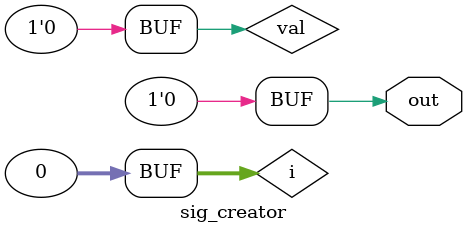
<source format=v>
module t_pwm_key_control();

reg in = 0;
wire out;

wire sig;
integer i = 0;

pwm_register pwm(in, sig, out);
sig_creator creat(sig);

always begin
  #1 in = ~in;
end

initial begin
  #2000 $finish;
end

initial begin
  $dumpfile("out.vcd");
  $dumpvars(0, t_pwm_key_control);
end

endmodule

module sig_creator(
  output wire out
);

reg val = 0;

assign out = val;
integer i = 0;

always begin
  #20
  val = 1'b1;
  #5
  val = 1'b0;
end

endmodule

</source>
